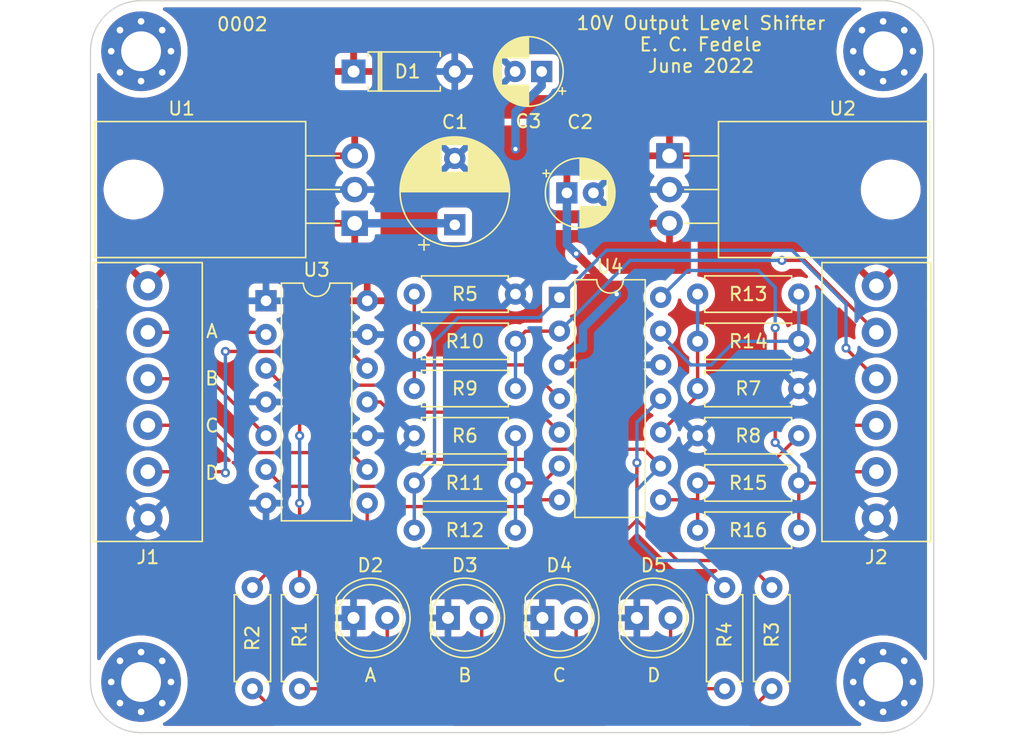
<source format=kicad_pcb>
(kicad_pcb (version 20211014) (generator pcbnew)
  (title_block (title "3.3V-10V Output Level Shifter") (date "June 29, 2022") (rev "A") (company "ecfedele") (comment 1 "PRELIMINARY"))
  (layers (0 "F.Cu" signal) (31 "B.Cu" signal) (34 "B.Paste" user) (35 "F.Paste" user) (36 "B.SilkS" user "B.Silkscreen") (37 "F.SilkS" user "F.Silkscreen") (38 "B.Mask" user) (39 "F.Mask" user) (44 "Edge.Cuts" user))
  (net 0 "")
  (net 1 "VBUS")
  (net 2 "GND")
  (net 3 "+12V")
  (net 4 "+3V3")
  (net 5 "Net-(D2-Pad2)")
  (net 6 "Net-(D3-Pad2)")
  (net 7 "Net-(D4-Pad2)")
  (net 8 "Net-(D5-Pad2)")
  (net 9 "/OA")
  (net 10 "/OB")
  (net 11 "/OC")
  (net 12 "/OD")
  (net 13 "/OD_10V")
  (net 14 "/OC_10V")
  (net 15 "/OB_10V")
  (net 16 "/OA_10V")
  (net 17 "Net-(R1-Pad2)")
  (net 18 "Net-(R2-Pad2)")
  (net 19 "Net-(R3-Pad2)")
  (net 20 "Net-(R4-Pad2)")
  (net 21 "Net-(R10-Pad2)")
  (net 22 "Net-(R11-Pad1)")
  (net 23 "Net-(R13-Pad1)")
  (net 24 "Net-(R15-Pad1)")
  (footprint "Resistor_THT:R_Axial_DIN0207_L6.3mm_D2.5mm_P7.62mm_Horizontal" (layer "F.Cu") (at 162.814 96.52)
    (fp_text reference "R8" (at 3.81 0) (layer "F.SilkS"))
    (fp_text value "3.3k")
    (pad "1" thru_hole circle (at 0 0) (size 1.6 1.6) (drill 0.8) (layers *.Cu *.Mask) (net 2 "GND"))
    (pad "2" thru_hole oval (at 7.62 0) (size 1.6 1.6) (drill 0.8) (layers *.Cu *.Mask) (net 24 "Net-(R15-Pad1)"))
  )
  (footprint "Resistor_THT:R_Axial_DIN0207_L6.3mm_D2.5mm_P7.62mm_Horizontal" (layer "F.Cu") (at 149.098 85.852 180)
    (fp_text reference "R5" (at 3.81 0) (layer "F.SilkS"))
    (fp_text value "3.3k")
    (pad "1" thru_hole circle (at 0 0 180) (size 1.6 1.6) (drill 0.8) (layers *.Cu *.Mask) (net 2 "GND"))
    (pad "2" thru_hole oval (at 7.62 0 180) (size 1.6 1.6) (drill 0.8) (layers *.Cu *.Mask) (net 21 "Net-(R10-Pad2)"))
  )
  (footprint "Package_DIP:DIP-14_W7.62mm" (layer "F.Cu") (at 130.312 86.355)
    (fp_text reference "U3" (at 3.81 -2.33) (layer "F.SilkS"))
    (fp_text value "SN74HC125N")
    (pad "1" thru_hole rect (at 0 0) (size 1.6 1.6) (drill 0.8) (layers *.Cu *.Mask) (net 2 "GND"))
    (pad "2" thru_hole oval (at 0 2.54) (size 1.6 1.6) (drill 0.8) (layers *.Cu *.Mask) (net 9 "/OA"))
    (pad "3" thru_hole oval (at 0 5.08) (size 1.6 1.6) (drill 0.8) (layers *.Cu *.Mask) (net 17 "Net-(R1-Pad2)"))
    (pad "4" thru_hole oval (at 0 7.62) (size 1.6 1.6) (drill 0.8) (layers *.Cu *.Mask) (net 2 "GND"))
    (pad "5" thru_hole oval (at 0 10.16) (size 1.6 1.6) (drill 0.8) (layers *.Cu *.Mask) (net 10 "/OB"))
    (pad "6" thru_hole oval (at 0 12.7) (size 1.6 1.6) (drill 0.8) (layers *.Cu *.Mask) (net 18 "Net-(R2-Pad2)"))
    (pad "7" thru_hole oval (at 0 15.24) (size 1.6 1.6) (drill 0.8) (layers *.Cu *.Mask) (net 2 "GND"))
    (pad "8" thru_hole oval (at 7.62 15.24) (size 1.6 1.6) (drill 0.8) (layers *.Cu *.Mask) (net 19 "Net-(R3-Pad2)"))
    (pad "9" thru_hole oval (at 7.62 12.7) (size 1.6 1.6) (drill 0.8) (layers *.Cu *.Mask) (net 11 "/OC"))
    (pad "10" thru_hole oval (at 7.62 10.16) (size 1.6 1.6) (drill 0.8) (layers *.Cu *.Mask) (net 2 "GND"))
    (pad "11" thru_hole oval (at 7.62 7.62) (size 1.6 1.6) (drill 0.8) (layers *.Cu *.Mask) (net 20 "Net-(R4-Pad2)"))
    (pad "12" thru_hole oval (at 7.62 5.08) (size 1.6 1.6) (drill 0.8) (layers *.Cu *.Mask) (net 12 "/OD"))
    (pad "13" thru_hole oval (at 7.62 2.54) (size 1.6 1.6) (drill 0.8) (layers *.Cu *.Mask) (net 2 "GND"))
    (pad "14" thru_hole oval (at 7.62 0) (size 1.6 1.6) (drill 0.8) (layers *.Cu *.Mask) (net 4 "+3V3"))
  )
  (footprint "MountingHole:MountingHole_3mm_Pad_Via" (layer "F.Cu") (at 120.904 115.062)
    (fp_text reference "REF**" hide)
    (fp_text value "MountingHole_3mm_Pad_Via")
    (pad "1" thru_hole circle (at 0 2.25) (size 0.8 0.8) (drill 0.5) (layers *.Cu *.Mask))
    (pad "1" thru_hole circle (at 0 0) (size 6 6) (drill 3) (layers *.Cu *.Mask))
    (pad "1" thru_hole circle (at 2.25 0) (size 0.8 0.8) (drill 0.5) (layers *.Cu *.Mask))
    (pad "1" thru_hole circle (at -2.25 0) (size 0.8 0.8) (drill 0.5) (layers *.Cu *.Mask))
    (pad "1" thru_hole circle (at -1.59099 -1.59099) (size 0.8 0.8) (drill 0.5) (layers *.Cu *.Mask))
    (pad "1" thru_hole circle (at -1.59099 1.59099) (size 0.8 0.8) (drill 0.5) (layers *.Cu *.Mask))
    (pad "1" thru_hole circle (at 1.59099 -1.59099) (size 0.8 0.8) (drill 0.5) (layers *.Cu *.Mask))
    (pad "1" thru_hole circle (at 1.59099 1.59099) (size 0.8 0.8) (drill 0.5) (layers *.Cu *.Mask))
    (pad "1" thru_hole circle (at 0 -2.25) (size 0.8 0.8) (drill 0.5) (layers *.Cu *.Mask))
  )
  (footprint "Resistor_THT:R_Axial_DIN0207_L6.3mm_D2.5mm_P7.62mm_Horizontal" (layer "F.Cu") (at 168.402 115.57 90)
    (fp_text reference "R3" (at 4.064 0 90) (layer "F.SilkS"))
    (fp_text value "1R")
    (pad "1" thru_hole circle (at 0 0 90) (size 1.6 1.6) (drill 0.8) (layers *.Cu *.Mask) (net 7 "Net-(D4-Pad2)"))
    (pad "2" thru_hole oval (at 7.62 0 90) (size 1.6 1.6) (drill 0.8) (layers *.Cu *.Mask) (net 19 "Net-(R3-Pad2)"))
  )
  (footprint "Resistor_THT:R_Axial_DIN0207_L6.3mm_D2.5mm_P7.62mm_Horizontal" (layer "F.Cu") (at 129.286 115.57 90)
    (fp_text reference "R2" (at 3.81 0 90) (layer "F.SilkS"))
    (fp_text value "1R")
    (pad "1" thru_hole circle (at 0 0 90) (size 1.6 1.6) (drill 0.8) (layers *.Cu *.Mask) (net 6 "Net-(D3-Pad2)"))
    (pad "2" thru_hole oval (at 7.62 0 90) (size 1.6 1.6) (drill 0.8) (layers *.Cu *.Mask) (net 18 "Net-(R2-Pad2)"))
  )
  (footprint "LED_THT:LED_D5.0mm" (layer "F.Cu") (at 151.125 110.236)
    (fp_text reference "D4" (at 1.27 -3.96) (layer "F.SilkS"))
    (fp_text value "LED")
    (pad "1" thru_hole rect (at 0 0) (size 1.8 1.8) (drill 0.9) (layers *.Cu *.Mask) (net 2 "GND"))
    (pad "2" thru_hole circle (at 2.54 0) (size 1.8 1.8) (drill 0.9) (layers *.Cu *.Mask) (net 7 "Net-(D4-Pad2)"))
  )
  (footprint "Resistor_THT:R_Axial_DIN0207_L6.3mm_D2.5mm_P7.62mm_Horizontal" (layer "F.Cu") (at 149.098 89.408 180)
    (fp_text reference "R10" (at 3.81 0) (layer "F.SilkS"))
    (fp_text value "47k")
    (pad "1" thru_hole circle (at 0 0 180) (size 1.6 1.6) (drill 0.8) (layers *.Cu *.Mask) (net 16 "/OA_10V"))
    (pad "2" thru_hole oval (at 7.62 0 180) (size 1.6 1.6) (drill 0.8) (layers *.Cu *.Mask) (net 21 "Net-(R10-Pad2)"))
  )
  (footprint "Capacitor_THT:CP_Radial_D5.0mm_P2.00mm" (layer "F.Cu") (at 152.968888 78.232)
    (fp_text reference "C2" (at 1 -5.334) (layer "F.SilkS"))
    (fp_text value "47µ")
    (pad "1" thru_hole rect (at 0 0) (size 1.6 1.6) (drill 0.8) (layers *.Cu *.Mask) (net 3 "+12V"))
    (pad "2" thru_hole circle (at 2 0) (size 1.6 1.6) (drill 0.8) (layers *.Cu *.Mask) (net 2 "GND"))
  )
  (footprint "Resistor_THT:R_Axial_DIN0207_L6.3mm_D2.5mm_P7.62mm_Horizontal" (layer "F.Cu") (at 170.434 103.632 180)
    (fp_text reference "R16" (at 3.81 0) (layer "F.SilkS"))
    (fp_text value "47k")
    (pad "1" thru_hole circle (at 0 0 180) (size 1.6 1.6) (drill 0.8) (layers *.Cu *.Mask) (net 13 "/OD_10V"))
    (pad "2" thru_hole oval (at 7.62 0 180) (size 1.6 1.6) (drill 0.8) (layers *.Cu *.Mask) (net 24 "Net-(R15-Pad1)"))
  )
  (footprint "Package_DIP:DIP-14_W7.62mm" (layer "F.Cu") (at 152.41 86.101)
    (fp_text reference "U4" (at 3.81 -2.33) (layer "F.SilkS"))
    (fp_text value "LM339")
    (pad "1" thru_hole rect (at 0 0) (size 1.6 1.6) (drill 0.8) (layers *.Cu *.Mask) (net 15 "/OB_10V"))
    (pad "2" thru_hole oval (at 0 2.54) (size 1.6 1.6) (drill 0.8) (layers *.Cu *.Mask) (net 16 "/OA_10V"))
    (pad "3" thru_hole oval (at 0 5.08) (size 1.6 1.6) (drill 0.8) (layers *.Cu *.Mask) (net 3 "+12V"))
    (pad "4" thru_hole oval (at 0 7.62) (size 1.6 1.6) (drill 0.8) (layers *.Cu *.Mask) (net 21 "Net-(R10-Pad2)"))
    (pad "5" thru_hole oval (at 0 10.16) (size 1.6 1.6) (drill 0.8) (layers *.Cu *.Mask) (net 17 "Net-(R1-Pad2)"))
    (pad "6" thru_hole oval (at 0 12.7) (size 1.6 1.6) (drill 0.8) (layers *.Cu *.Mask) (net 22 "Net-(R11-Pad1)"))
    (pad "7" thru_hole oval (at 0 15.24) (size 1.6 1.6) (drill 0.8) (layers *.Cu *.Mask) (net 18 "Net-(R2-Pad2)"))
    (pad "8" thru_hole oval (at 7.62 15.24) (size 1.6 1.6) (drill 0.8) (layers *.Cu *.Mask) (net 24 "Net-(R15-Pad1)"))
    (pad "9" thru_hole oval (at 7.62 12.7) (size 1.6 1.6) (drill 0.8) (layers *.Cu *.Mask) (net 20 "Net-(R4-Pad2)"))
    (pad "10" thru_hole oval (at 7.62 10.16) (size 1.6 1.6) (drill 0.8) (layers *.Cu *.Mask) (net 23 "Net-(R13-Pad1)"))
    (pad "11" thru_hole oval (at 7.62 7.62) (size 1.6 1.6) (drill 0.8) (layers *.Cu *.Mask) (net 19 "Net-(R3-Pad2)"))
    (pad "12" thru_hole oval (at 7.62 5.08) (size 1.6 1.6) (drill 0.8) (layers *.Cu *.Mask) (net 2 "GND"))
    (pad "13" thru_hole oval (at 7.62 2.54) (size 1.6 1.6) (drill 0.8) (layers *.Cu *.Mask) (net 14 "/OC_10V"))
    (pad "14" thru_hole oval (at 7.62 0) (size 1.6 1.6) (drill 0.8) (layers *.Cu *.Mask) (net 13 "/OD_10V"))
  )
  (footprint "Resistor_THT:R_Axial_DIN0207_L6.3mm_D2.5mm_P7.62mm_Horizontal" (layer "F.Cu") (at 149.098 100.076 180)
    (fp_text reference "R11" (at 3.81 0) (layer "F.SilkS"))
    (fp_text value "6.8k")
    (pad "1" thru_hole circle (at 0 0 180) (size 1.6 1.6) (drill 0.8) (layers *.Cu *.Mask) (net 22 "Net-(R11-Pad1)"))
    (pad "2" thru_hole oval (at 7.62 0 180) (size 1.6 1.6) (drill 0.8) (layers *.Cu *.Mask) (net 15 "/OB_10V"))
  )
  (footprint "Library:284391-6" (layer "F.Cu") (at 121.412 93.98 90)
    (fp_text reference "J1" (at -11.684 0 unlocked) (layer "F.SilkS"))
    (fp_text value "INPUT BLOCK")
    (pad "1" thru_hole circle (at 8.75 0 270) (size 2.2 2.2) (drill 1.1) (layers *.Cu *.Mask) (net 1 "VBUS"))
    (pad "2" thru_hole circle (at 5.25 0 270) (size 2.2 2.2) (drill 1.1) (layers *.Cu *.Mask) (net 9 "/OA"))
    (pad "3" thru_hole circle (at 1.75 0 270) (size 2.2 2.2) (drill 1.1) (layers *.Cu *.Mask) (net 10 "/OB"))
    (pad "4" thru_hole circle (at -1.75 0 270) (size 2.2 2.2) (drill 1.1) (layers *.Cu *.Mask) (net 11 "/OC"))
    (pad "5" thru_hole circle (at -5.25 0 270) (size 2.2 2.2) (drill 1.1) (layers *.Cu *.Mask) (net 12 "/OD"))
    (pad "6" thru_hole circle (at -8.75 0 270) (size 2.2 2.2) (drill 1.1) (layers *.Cu *.Mask) (net 2 "GND"))
  )
  (footprint "Resistor_THT:R_Axial_DIN0207_L6.3mm_D2.5mm_P7.62mm_Horizontal" (layer "F.Cu") (at 141.478 103.632)
    (fp_text reference "R12" (at 3.81 0) (layer "F.SilkS"))
    (fp_text value "47k")
    (pad "1" thru_hole circle (at 0 0) (size 1.6 1.6) (drill 0.8) (layers *.Cu *.Mask) (net 15 "/OB_10V"))
    (pad "2" thru_hole oval (at 7.62 0) (size 1.6 1.6) (drill 0.8) (layers *.Cu *.Mask) (net 22 "Net-(R11-Pad1)"))
  )
  (footprint "MountingHole:MountingHole_3mm_Pad_Via" (layer "F.Cu") (at 120.904 67.564)
    (fp_text reference "REF**" hide)
    (fp_text value "MountingHole_3mm_Pad_Via")
    (pad "1" thru_hole circle (at 0 0) (size 6 6) (drill 3) (layers *.Cu *.Mask))
    (pad "1" thru_hole circle (at 1.59099 -1.59099) (size 0.8 0.8) (drill 0.5) (layers *.Cu *.Mask))
    (pad "1" thru_hole circle (at 0 2.25) (size 0.8 0.8) (drill 0.5) (layers *.Cu *.Mask))
    (pad "1" thru_hole circle (at 1.59099 1.59099) (size 0.8 0.8) (drill 0.5) (layers *.Cu *.Mask))
    (pad "1" thru_hole circle (at 2.25 0) (size 0.8 0.8) (drill 0.5) (layers *.Cu *.Mask))
    (pad "1" thru_hole circle (at -1.59099 1.59099) (size 0.8 0.8) (drill 0.5) (layers *.Cu *.Mask))
    (pad "1" thru_hole circle (at -2.25 0) (size 0.8 0.8) (drill 0.5) (layers *.Cu *.Mask))
    (pad "1" thru_hole circle (at -1.59099 -1.59099) (size 0.8 0.8) (drill 0.5) (layers *.Cu *.Mask))
    (pad "1" thru_hole circle (at 0 -2.25) (size 0.8 0.8) (drill 0.5) (layers *.Cu *.Mask))
  )
  (footprint "Package_TO_SOT_THT:TO-220-3_Horizontal_TabDown" (layer "F.Cu") (at 136.992 80.518 90)
    (fp_text reference "U1" (at 8.636 -13.04 180) (layer "F.SilkS"))
    (fp_text value "UA7812")
    (pad "" np_thru_hole oval (at 2.54 -16.66 90) (size 3.5 3.5) (drill 3.5) (layers *.Cu *.Mask))
    (pad "1" thru_hole rect (at 0 0 90) (size 1.905 2) (drill 1.1) (layers *.Cu *.Mask) (net 1 "VBUS"))
    (pad "2" thru_hole oval (at 2.54 0 90) (size 1.905 2) (drill 1.1) (layers *.Cu *.Mask) (net 2 "GND"))
    (pad "3" thru_hole oval (at 5.08 0 90) (size 1.905 2) (drill 1.1) (layers *.Cu *.Mask) (net 3 "+12V"))
  )
  (footprint "Resistor_THT:R_Axial_DIN0207_L6.3mm_D2.5mm_P7.62mm_Horizontal" (layer "F.Cu") (at 141.478 92.964)
    (fp_text reference "R9" (at 3.81 0) (layer "F.SilkS"))
    (fp_text value "6.8k")
    (pad "1" thru_hole circle (at 0 0) (size 1.6 1.6) (drill 0.8) (layers *.Cu *.Mask) (net 21 "Net-(R10-Pad2)"))
    (pad "2" thru_hole oval (at 7.62 0) (size 1.6 1.6) (drill 0.8) (layers *.Cu *.Mask) (net 16 "/OA_10V"))
  )
  (footprint "Resistor_THT:R_Axial_DIN0207_L6.3mm_D2.5mm_P7.62mm_Horizontal" (layer "F.Cu") (at 132.842 115.57 90)
    (fp_text reference "R1" (at 4.064 0 90) (layer "F.SilkS"))
    (fp_text value "1R")
    (pad "1" thru_hole circle (at 0 0 90) (size 1.6 1.6) (drill 0.8) (layers *.Cu *.Mask) (net 5 "Net-(D2-Pad2)"))
    (pad "2" thru_hole oval (at 7.62 0 90) (size 1.6 1.6) (drill 0.8) (layers *.Cu *.Mask) (net 17 "Net-(R1-Pad2)"))
  )
  (footprint "LED_THT:LED_D5.0mm" (layer "F.Cu") (at 144.013 110.236)
    (fp_text reference "D3" (at 1.27 -3.96) (layer "F.SilkS"))
    (fp_text value "LED")
    (pad "1" thru_hole rect (at 0 0) (size 1.8 1.8) (drill 0.9) (layers *.Cu *.Mask) (net 2 "GND"))
    (pad "2" thru_hole circle (at 2.54 0) (size 1.8 1.8) (drill 0.9) (layers *.Cu *.Mask) (net 6 "Net-(D3-Pad2)"))
  )
  (footprint "LED_THT:LED_D5.0mm" (layer "F.Cu") (at 136.901 110.236)
    (fp_text reference "D2" (at 1.27 -3.96) (layer "F.SilkS"))
    (fp_text value "LED")
    (pad "1" thru_hole rect (at 0 0) (size 1.8 1.8) (drill 0.9) (layers *.Cu *.Mask) (net 2 "GND"))
    (pad "2" thru_hole circle (at 2.54 0) (size 1.8 1.8) (drill 0.9) (layers *.Cu *.Mask) (net 5 "Net-(D2-Pad2)"))
  )
  (footprint "Resistor_THT:R_Axial_DIN0207_L6.3mm_D2.5mm_P7.62mm_Horizontal" (layer "F.Cu") (at 162.814 85.852)
    (fp_text reference "R13" (at 3.81 0) (layer "F.SilkS"))
    (fp_text value "6.8k")
    (pad "1" thru_hole circle (at 0 0) (size 1.6 1.6) (drill 0.8) (layers *.Cu *.Mask) (net 23 "Net-(R13-Pad1)"))
    (pad "2" thru_hole oval (at 7.62 0) (size 1.6 1.6) (drill 0.8) (layers *.Cu *.Mask) (net 14 "/OC_10V"))
  )
  (footprint "Diode_THT:D_A-405_P7.62mm_Horizontal" (layer "F.Cu") (at 136.906 69.088)
    (fp_text reference "D1" (at 4.064 0) (layer "F.SilkS"))
    (fp_text value "1N4752A")
    (pad "1" thru_hole rect (at 0 0) (size 1.8 1.8) (drill 0.9) (layers *.Cu *.Mask) (net 1 "VBUS"))
    (pad "2" thru_hole oval (at 7.62 0) (size 1.8 1.8) (drill 0.9) (layers *.Cu *.Mask) (net 2 "GND"))
  )
  (footprint "Resistor_THT:R_Axial_DIN0207_L6.3mm_D2.5mm_P7.62mm_Horizontal" (layer "F.Cu") (at 170.434 92.964 180)
    (fp_text reference "R7" (at 3.81 0) (layer "F.SilkS"))
    (fp_text value "3.3k")
    (pad "1" thru_hole circle (at 0 0 180) (size 1.6 1.6) (drill 0.8) (layers *.Cu *.Mask) (net 2 "GND"))
    (pad "2" thru_hole oval (at 7.62 0 180) (size 1.6 1.6) (drill 0.8) (layers *.Cu *.Mask) (net 23 "Net-(R13-Pad1)"))
  )
  (footprint "Capacitor_THT:CP_Radial_D5.0mm_P2.00mm" (layer "F.Cu") (at 151.069113 69.088 180)
    (fp_text reference "C3" (at 1 -3.75) (layer "F.SilkS"))
    (fp_text value "10µ")
    (pad "1" thru_hole rect (at 0 0 180) (size 1.6 1.6) (drill 0.8) (layers *.Cu *.Mask) (net 4 "+3V3"))
    (pad "2" thru_hole circle (at 2 0 180) (size 1.6 1.6) (drill 0.8) (layers *.Cu *.Mask) (net 2 "GND"))
  )
  (footprint "MountingHole:MountingHole_3mm_Pad_Via" (layer "F.Cu") (at 176.784 115.062)
    (fp_text reference "REF**" hide)
    (fp_text value "MountingHole_3mm_Pad_Via")
    (pad "1" thru_hole circle (at 0 -2.25) (size 0.8 0.8) (drill 0.5) (layers *.Cu *.Mask))
    (pad "1" thru_hole circle (at 2.25 0) (size 0.8 0.8) (drill 0.5) (layers *.Cu *.Mask))
    (pad "1" thru_hole circle (at 1.59099 -1.59099) (size 0.8 0.8) (drill 0.5) (layers *.Cu *.Mask))
    (pad "1" thru_hole circle (at -1.59099 1.59099) (size 0.8 0.8) (drill 0.5) (layers *.Cu *.Mask))
    (pad "1" thru_hole circle (at 1.59099 1.59099) (size 0.8 0.8) (drill 0.5) (layers *.Cu *.Mask))
    (pad "1" thru_hole circle (at 0 2.25) (size 0.8 0.8) (drill 0.5) (layers *.Cu *.Mask))
    (pad "1" thru_hole circle (at 0 0) (size 6 6) (drill 3) (layers *.Cu *.Mask))
    (pad "1" thru_hole circle (at -1.59099 -1.59099) (size 0.8 0.8) (drill 0.5) (layers *.Cu *.Mask))
    (pad "1" thru_hole circle (at -2.25 0) (size 0.8 0.8) (drill 0.5) (layers *.Cu *.Mask))
  )
  (footprint "Resistor_THT:R_Axial_DIN0207_L6.3mm_D2.5mm_P7.62mm_Horizontal" (layer "F.Cu") (at 162.814 100.076)
    (fp_text reference "R15" (at 3.81 0) (layer "F.SilkS"))
    (fp_text value "6.8k")
    (pad "1" thru_hole circle (at 0 0) (size 1.6 1.6) (drill 0.8) (layers *.Cu *.Mask) (net 24 "Net-(R15-Pad1)"))
    (pad "2" thru_hole oval (at 7.62 0) (size 1.6 1.6) (drill 0.8) (layers *.Cu *.Mask) (net 13 "/OD_10V"))
  )
  (footprint "Resistor_THT:R_Axial_DIN0207_L6.3mm_D2.5mm_P7.62mm_Horizontal" (layer "F.Cu") (at 164.846 115.57 90)
    (fp_text reference "R4" (at 4.064 0 90) (layer "F.SilkS"))
    (fp_text value "1R")
    (pad "1" thru_hole circle (at 0 0 90) (size 1.6 1.6) (drill 0.8) (layers *.Cu *.Mask) (net 8 "Net-(D5-Pad2)"))
    (pad "2" thru_hole oval (at 7.62 0 90) (size 1.6 1.6) (drill 0.8) (layers *.Cu *.Mask) (net 20 "Net-(R4-Pad2)"))
  )
  (footprint "Package_TO_SOT_THT:TO-220-3_Horizontal_TabDown" (layer "F.Cu") (at 160.696 75.438 -90)
    (fp_text reference "U2" (at -3.556 -13.04 180) (layer "F.SilkS"))
    (fp_text value "UA78M33")
    (pad "" np_thru_hole oval (at 2.54 -16.66 270) (size 3.5 3.5) (drill 3.5) (layers *.Cu *.Mask))
    (pad "1" thru_hole rect (at 0 0 270) (size 1.905 2) (drill 1.1) (layers *.Cu *.Mask) (net 3 "+12V"))
    (pad "2" thru_hole oval (at 2.54 0 270) (size 1.905 2) (drill 1.1) (layers *.Cu *.Mask) (net 2 "GND"))
    (pad "3" thru_hole oval (at 5.08 0 270) (size 1.905 2) (drill 1.1) (layers *.Cu *.Mask) (net 4 "+3V3"))
  )
  (footprint "Resistor_THT:R_Axial_DIN0207_L6.3mm_D2.5mm_P7.62mm_Horizontal" (layer "F.Cu") (at 141.478 96.52)
    (fp_text reference "R6" (at 3.81 0) (layer "F.SilkS"))
    (fp_text value "3.3k")
    (pad "1" thru_hole circle (at 0 0) (size 1.6 1.6) (drill 0.8) (layers *.Cu *.Mask) (net 2 "GND"))
    (pad "2" thru_hole oval (at 7.62 0) (size 1.6 1.6) (drill 0.8) (layers *.Cu *.Mask) (net 22 "Net-(R11-Pad1)"))
  )
  (footprint "LED_THT:LED_D5.0mm" (layer "F.Cu") (at 158.237 110.236)
    (fp_text reference "D5" (at 1.27 -3.96) (layer "F.SilkS"))
    (fp_text value "LED")
    (pad "1" thru_hole rect (at 0 0) (size 1.8 1.8) (drill 0.9) (layers *.Cu *.Mask) (net 2 "GND"))
    (pad "2" thru_hole circle (at 2.54 0) (size 1.8 1.8) (drill 0.9) (layers *.Cu *.Mask) (net 8 "Net-(D5-Pad2)"))
  )
  (footprint "Resistor_THT:R_Axial_DIN0207_L6.3mm_D2.5mm_P7.62mm_Horizontal" (layer "F.Cu") (at 170.434 89.408 180)
    (fp_text reference "R14" (at 3.81 0) (layer "F.SilkS"))
    (fp_text value "47k")
    (pad "1" thru_hole circle (at 0 0 180) (size 1.6 1.6) (drill 0.8) (layers *.Cu *.Mask) (net 14 "/OC_10V"))
    (pad "2" thru_hole oval (at 7.62 0 180) (size 1.6 1.6) (drill 0.8) (layers *.Cu *.Mask) (net 23 "Net-(R13-Pad1)"))
  )
  (footprint "MountingHole:MountingHole_3mm_Pad_Via" (layer "F.Cu") (at 176.784 67.564)
    (fp_text reference "REF**" hide)
    (fp_text value "MountingHole_3mm_Pad_Via")
    (pad "1" thru_hole circle (at -1.59099 -1.59099) (size 0.8 0.8) (drill 0.5) (layers *.Cu *.Mask))
    (pad "1" thru_hole circle (at 1.59099 1.59099) (size 0.8 0.8) (drill 0.5) (layers *.Cu *.Mask))
    (pad "1" thru_hole circle (at 0 -2.25) (size 0.8 0.8) (drill 0.5) (layers *.Cu *.Mask))
    (pad "1" thru_hole circle (at -2.25 0) (size 0.8 0.8) (drill 0.5) (layers *.Cu *.Mask))
    (pad "1" thru_hole circle (at 0 2.25) (size 0.8 0.8) (drill 0.5) (layers *.Cu *.Mask))
    (pad "1" thru_hole circle (at 2.25 0) (size 0.8 0.8) (drill 0.5) (layers *.Cu *.Mask))
    (pad "1" thru_hole circle (at 0 0) (size 6 6) (drill 3) (layers *.Cu *.Mask))
    (pad "1" thru_hole circle (at -1.59099 1.59099) (size 0.8 0.8) (drill 0.5) (layers *.Cu *.Mask))
    (pad "1" thru_hole circle (at 1.59099 -1.59099) (size 0.8 0.8) (drill 0.5) (layers *.Cu *.Mask))
  )
  (footprint "Library:284391-6" (layer "F.Cu") (at 176.276 93.98 -90)
    (fp_text reference "J2" (at 11.684 0 unlocked) (layer "F.SilkS"))
    (fp_text value "OUTPUT BLOCK")
    (pad "1" thru_hole circle (at 8.75 0 90) (size 2.2 2.2) (drill 1.1) (layers *.Cu *.Mask) (net 2 "GND"))
    (pad "2" thru_hole circle (at 5.25 0 90) (size 2.2 2.2) (drill 1.1) (layers *.Cu *.Mask) (net 13 "/OD_10V"))
    (pad "3" thru_hole circle (at 1.75 0 90) (size 2.2 2.2) (drill 1.1) (layers *.Cu *.Mask) (net 14 "/OC_10V"))
    (pad "4" thru_hole circle (at -1.75 0 90) (size 2.2 2.2) (drill 1.1) (layers *.Cu *.Mask) (net 15 "/OB_10V"))
    (pad "5" thru_hole circle (at -5.25 0 90) (size 2.2 2.2) (drill 1.1) (layers *.Cu *.Mask) (net 16 "/OA_10V"))
    (pad "6" thru_hole circle (at -8.75 0 90) (size 2.2 2.2) (drill 1.1) (layers *.Cu *.Mask) (net 1 "VBUS"))
  )
  (footprint "Capacitor_THT:CP_Radial_D8.0mm_P5.00mm" (layer "F.Cu") (at 144.526 80.634651 90)
    (fp_text reference "C1" (at 7.736651 0 180) (layer "F.SilkS"))
    (fp_text value "100µ")
    (pad "1" thru_hole rect (at 0 0 90) (size 1.6 1.6) (drill 0.8) (layers *.Cu *.Mask) (net 1 "VBUS"))
    (pad "2" thru_hole circle (at 5 0 90) (size 1.6 1.6) (drill 0.8) (layers *.Cu *.Mask) (net 2 "GND"))
  )
  (gr_arc (start 120.904 118.872) (mid 118.209923 117.756077) (end 117.094 115.062) (layer "Edge.Cuts") (width 0.1))
  (gr_line (start 120.904 63.754) (end 176.784 63.754) (layer "Edge.Cuts") (width 0.1))
  (gr_line (start 120.904 118.872) (end 176.784 118.872) (layer "Edge.Cuts") (width 0.1))
  (gr_line (start 180.594 115.062) (end 180.594 67.564) (layer "Edge.Cuts") (width 0.1))
  (gr_arc (start 180.594 115.062) (mid 179.478077 117.756077) (end 176.784 118.872) (layer "Edge.Cuts") (width 0.1))
  (gr_arc (start 117.094 67.564) (mid 118.209923 64.869923) (end 120.904 63.754) (layer "Edge.Cuts") (width 0.1))
  (gr_arc (start 176.784 63.754) (mid 179.478077 64.869923) (end 180.594 67.564) (layer "Edge.Cuts") (width 0.1))
  (gr_line (start 117.094 67.564) (end 117.094 115.062) (layer "Edge.Cuts") (width 0.1))
  (gr_text "B" (at 145.288 114.554) (layer "F.SilkS") (effects (font (size 1 1))))
  (gr_text "D" (at 126.238 99.314) (layer "F.SilkS") (effects (font (size 1 1))))
  (gr_text "C" (at 126.238 95.758) (layer "F.SilkS") (effects (font (size 1 1))))
  (gr_text "D" (at 159.512 114.554) (layer "F.SilkS") (effects (font (size 1 1))))
  (gr_text "0002" (at 128.524 65.532) (layer "F.SilkS") (effects (font (size 1 1))))
  (gr_text "A" (at 138.176 114.554) (layer "F.SilkS") (effects (font (size 1 1))))
  (gr_text "B" (at 126.238 92.202) (layer "F.SilkS") (effects (font (size 1 1))))
  (gr_text "C" (at 152.4 114.554) (layer "F.SilkS") (effects (font (size 1 1))))
  (gr_text "A" (at 126.238 88.646) (layer "F.SilkS") (effects (font (size 1 1))))
  (gr_text "10V Output Level Shifter\nE. C. Fedele\nJune 2022" (at 163.068 67.056) (layer "F.SilkS") (effects (font (size 1 1))))
  (segment (start 144.409349 80.518) (end 144.526 80.634651) (width 0.254) (layer "B.Cu") (net 1))
  (segment (start 136.992004 80.518) (end 144.409338 80.518) (width 0.635) (layer "B.Cu") (net 1))
  (segment (start 153.67 82.804) (end 156.718 85.852) (width 0.635) (layer "F.Cu") (net 3))
  (via (at 153.67 82.804) (size 0.6858) (drill 0.3302) (layers "F.Cu" "B.Cu") (net 3))
  (via (at 156.718 85.852) (size 0.6858) (drill 0.3302) (layers "F.Cu" "B.Cu") (net 3))
  (segment (start 154.178 89.916) (end 153.675004 89.916) (width 0.635) (layer "B.Cu") (net 3))
  (segment (start 152.968884 82.102884) (end 153.67 82.804) (width 0.635) (layer "B.Cu") (net 3))
  (segment (start 156.718 85.852) (end 154.178 88.392) (width 0.635) (layer "B.Cu") (net 3))
  (segment (start 154.178 88.392) (end 154.178 89.916) (width 0.635) (layer "B.Cu") (net 3))
  (segment (start 153.675004 89.916) (end 152.410008 91.180996) (width 0.635) (layer "B.Cu") (net 3))
  (segment (start 152.968884 78.232) (end 152.968884 82.102884) (width 0.635) (layer "B.Cu") (net 3))
  (segment (start 159.512 80.518) (end 160.696 80.518) (width 0.254) (layer "F.Cu") (net 4))
  (segment (start 149.098 74.93) (end 149.098 80.264) (width 0.254) (layer "F.Cu") (net 4))
  (segment (start 158.75 81.28) (end 159.512 80.518) (width 0.254) (layer "F.Cu") (net 4))
  (segment (start 150.114 81.28) (end 158.75 81.28) (width 0.254) (layer "F.Cu") (net 4))
  (segment (start 149.098 80.264) (end 150.114 81.28) (width 0.254) (layer "F.Cu") (net 4))
  (via (at 149.098 74.93) (size 0.6858) (drill 0.3302) (layers "F.Cu" "B.Cu") (net 4))
  (segment (start 149.098 72.136) (end 149.098 74.93) (width 0.635) (layer "B.Cu") (net 4))
  (segment (start 151.069116 69.088) (end 151.069116 70.164884) (width 0.635) (layer "B.Cu") (net 4))
  (segment (start 151.069116 70.164884) (end 149.098 72.136) (width 0.635) (layer "B.Cu") (net 4))
  (segment (start 139.441 113.533) (end 139.441 110.236) (width 0.254) (layer "F.Cu") (net 5))
  (segment (start 137.414 115.57) (end 139.446 113.538) (width 0.254) (layer "F.Cu") (net 5))
  (segment (start 139.446 113.538) (end 139.441 113.533) (width 0.254) (layer "F.Cu") (net 5))
  (segment (start 132.842 115.57) (end 137.414 115.57) (width 0.254) (layer "F.Cu") (net 5))
  (segment (start 131.318 117.602) (end 144.018 117.602) (width 0.254) (layer "F.Cu") (net 6))
  (segment (start 144.018 117.602) (end 146.553 115.067) (width 0.254) (layer "F.Cu") (net 6))
  (segment (start 129.286 115.57) (end 131.318 117.602) (width 0.254) (layer "F.Cu") (net 6))
  (segment (start 146.553 115.067) (end 146.553 110.236) (width 0.254) (layer "F.Cu") (net 6))
  (segment (start 153.665 115.057) (end 153.665 110.236) (width 0.254) (layer "F.Cu") (net 7))
  (segment (start 168.402 115.57) (end 166.37 117.602) (width 0.254) (layer "F.Cu") (net 7))
  (segment (start 156.21 117.602) (end 153.665 115.057) (width 0.254) (layer "F.Cu") (net 7))
  (segment (start 166.37 117.602) (end 156.21 117.602) (width 0.254) (layer "F.Cu") (net 7))
  (segment (start 160.777 113.787) (end 160.777 110.236) (width 0.254) (layer "F.Cu") (net 8))
  (segment (start 162.56 115.57) (end 160.777 113.787) (width 0.254) (layer "F.Cu") (net 8))
  (segment (start 164.846 115.57) (end 162.56 115.57) (width 0.254) (layer "F.Cu") (net 8))
  (segment (start 121.412 88.73) (end 130.147 88.73) (width 0.254) (layer "F.Cu") (net 9))
  (segment (start 130.147 88.73) (end 130.312 88.895) (width 0.254) (layer "F.Cu") (net 9))
  (segment (start 126.027 92.23) (end 130.312 96.515) (width 0.254) (layer "F.Cu") (net 10))
  (segment (start 121.412 92.23) (end 126.027 92.23) (width 0.254) (layer "F.Cu") (net 10))
  (segment (start 136.667 97.79) (end 137.932 99.055) (width 0.254) (layer "F.Cu") (net 11))
  (segment (start 125.956 95.73) (end 128.016 97.79) (width 0.254) (layer "F.Cu") (net 11))
  (segment (start 121.412 95.73) (end 125.956 95.73) (width 0.254) (layer "F.Cu") (net 11))
  (segment (start 128.016 97.79) (end 136.667 97.79) (width 0.254) (layer "F.Cu") (net 11))
  (segment (start 127.254 90.17) (end 136.667 90.17) (width 0.254) (layer "F.Cu") (net 12))
  (segment (start 127.17 99.23) (end 127.254 99.314) (width 0.254) (layer "F.Cu") (net 12))
  (segment (start 121.412 99.23) (end 127.17 99.23) (width 0.254) (layer "F.Cu") (net 12))
  (segment (start 136.667 90.17) (end 137.932 91.435) (width 0.254) (layer "F.Cu") (net 12))
  (via (at 127.254 90.17) (size 0.6858) (drill 0.3302) (layers "F.Cu" "B.Cu") (net 12))
  (via (at 127.254 99.314) (size 0.6858) (drill 0.3302) (layers "F.Cu" "B.Cu") (net 12))
  (segment (start 127.254 99.314) (end 127.254 90.17) (width 0.254) (layer "B.Cu") (net 12))
  (segment (start 170.434 100.076) (end 172.72 100.076) (width 0.254) (layer "F.Cu") (net 13))
  (segment (start 170.434 103.632) (end 170.434 100.076) (width 0.254) (layer "F.Cu") (net 13))
  (segment (start 172.72 100.076) (end 173.566 99.23) (width 0.254) (layer "F.Cu") (net 13))
  (segment (start 168.656 88.392) (end 168.656 97.028) (width 0.254) (layer "F.Cu") (net 13))
  (segment (start 173.566 99.23) (end 176.276 99.23) (width 0.254) (layer "F.Cu") (net 13))
  (via (at 168.656 88.392) (size 0.6858) (drill 0.3302) (layers "F.Cu" "B.Cu") (net 13))
  (via (at 168.656 97.028) (size 0.6858) (drill 0.3302) (layers "F.Cu" "B.Cu") (net 13))
  (segment (start 168.656 97.028) (end 170.434 98.806) (width 0.254) (layer "B.Cu") (net 13))
  (segment (start 170.434 98.806) (end 170.434 100.076) (width 0.254) (layer "B.Cu") (net 13))
  (segment (start 168.656 88.392) (end 168.656 85.344) (width 0.254) (layer "B.Cu") (net 13))
  (segment (start 162.057 84.074) (end 160.03 86.101) (width 0.254) (layer "B.Cu") (net 13))
  (segment (start 168.656 85.344) (end 167.386 84.074) (width 0.254) (layer "B.Cu") (net 13))
  (segment (start 167.386 84.074) (end 162.057 84.074) (width 0.254) (layer "B.Cu") (net 13))
  (segment (start 170.434 89.408) (end 172.72 91.694) (width 0.254) (layer "F.Cu") (net 14))
  (segment (start 172.72 94.234) (end 174.244 95.758) (width 0.254) (layer "F.Cu") (net 14))
  (segment (start 172.72 91.694) (end 172.72 94.234) (width 0.254) (layer "F.Cu") (net 14))
  (segment (start 174.244 95.758) (end 174.272 95.73) (width 0.254) (layer "F.Cu") (net 14))
  (segment (start 174.272 95.73) (end 176.276 95.73) (width 0.254) (layer "F.Cu") (net 14))
  (segment (start 163.83 91.186) (end 162.306 91.186) (width 0.254) (layer "B.Cu") (net 14))
  (segment (start 160.03 88.91) (end 160.03 88.641) (width 0.254) (layer "B.Cu") (net 14))
  (segment (start 165.608 89.408) (end 163.83 91.186) (width 0.254) (layer "B.Cu") (net 14))
  (segment (start 170.434 89.408) (end 170.434 85.852) (width 0.254) (layer "B.Cu") (net 14))
  (segment (start 170.434 89.408) (end 165.608 89.408) (width 0.254) (layer "B.Cu") (net 14))
  (segment (start 162.306 91.186) (end 160.03 88.91) (width 0.254) (layer "B.Cu") (net 14))
  (segment (start 173.99 89.944) (end 176.276 92.23) (width 0.254) (layer "F.Cu") (net 15))
  (segment (start 173.99 89.916) (end 173.99 89.944) (width 0.254) (layer "F.Cu") (net 15))
  (via (at 173.99 89.916) (size 0.6858) (drill 0.3302) (layers "F.Cu" "B.Cu") (net 15))
  (segment (start 141.478 100.076) (end 143.002 98.552) (width 0.254) (layer "B.Cu") (net 15))
  (segment (start 173.99 86.614) (end 173.99 89.916) (width 0.254) (layer "B.Cu") (net 15))
  (segment (start 143.002 89.408) (end 144.78 87.63) (width 0.254) (layer "B.Cu") (net 15))
  (segment (start 155.961 82.55) (end 169.926 82.55) (width 0.254) (layer "B.Cu") (net 15))
  (segment (start 144.78 87.63) (end 150.881 87.63) (width 0.254) (layer "B.Cu") (net 15))
  (segment (start 152.41 86.101) (end 155.961 82.55) (width 0.254) (layer "B.Cu") (net 15))
  (segment (start 150.881 87.63) (end 152.41 86.101) (width 0.254) (layer "B.Cu") (net 15))
  (segment (start 141.478 103.632) (end 141.478 100.076) (width 0.254) (layer "B.Cu") (net 15))
  (segment (start 143.002 98.552) (end 143.002 89.408) (width 0.254) (layer "B.Cu") (net 15))
  (segment (start 169.926 82.55) (end 173.99 86.614) (width 0.254) (layer "B.Cu") (net 15))
  (segment (start 170.858 83.312) (end 176.276 88.73) (width 0.254) (layer "F.Cu") (net 16))
  (segment (start 150.373 88.641) (end 152.41 88.641) (width 0.254) (layer "F.Cu") (net 16))
  (segment (start 169.164 83.312) (end 170.858 83.312) (width 0.254) (layer "F.Cu") (net 16))
  (segment (start 150.368 88.646) (end 150.373 88.641) (width 0.254) (layer "F.Cu") (net 16))
  (segment (start 149.098 89.408) (end 149.86 88.646) (width 0.254) (layer "F.Cu") (net 16))
  (segment (start 149.86 88.646) (end 150.368 88.646) (width 0.254) (layer "F.Cu") (net 16))
  (via (at 169.164 83.312) (size 0.6858) (drill 0.3302) (layers "F.Cu" "B.Cu") (net 16))
  (segment (start 149.098 89.408) (end 149.098 92.964) (width 0.254) (layer "B.Cu") (net 16))
  (segment (start 152.41 88.641) (end 153.820289 87.230711) (width 0.254) (layer "B.Cu") (net 16))
  (segment (start 153.820289 87.230711) (end 153.820289 87.225711) (width 0.254) (layer "B.Cu") (net 16))
  (segment (start 153.820289 87.225711) (end 157.734 83.312) (width 0.254) (layer "B.Cu") (net 16))
  (segment (start 157.734 83.312) (end 169.164 83.312) (width 0.254) (layer "B.Cu") (net 16))
  (segment (start 140.97 94.742) (end 150.891 94.742) (width 0.254) (layer "F.Cu") (net 17))
  (segment (start 150.891 94.742) (end 152.41 96.261) (width 0.254) (layer "F.Cu") (net 17))
  (segment (start 132.842 93.965) (end 131.587 92.71) (width 0.254) (layer "F.Cu") (net 17))
  (segment (start 130.312 91.435) (end 131.587 92.71) (width 0.254) (layer "F.Cu") (net 17))
  (segment (start 132.842 107.95) (end 132.842 101.6) (width 0.254) (layer "F.Cu") (net 17))
  (segment (start 132.842 96.52) (end 132.842 93.965) (width 0.254) (layer "F.Cu") (net 17))
  (segment (start 131.587 92.71) (end 138.938 92.71) (width 0.254) (layer "F.Cu") (net 17))
  (segment (start 138.938 92.71) (end 140.97 94.742) (width 0.254) (layer "F.Cu") (net 17))
  (via (at 132.842 101.6) (size 0.6858) (drill 0.3302) (layers "F.Cu" "B.Cu") (net 17))
  (via (at 132.842 96.52) (size 0.6858) (drill 0.3302) (layers "F.Cu" "B.Cu") (net 17))
  (segment (start 132.842 101.6) (end 132.842 96.52) (width 0.254) (layer "B.Cu") (net 17))
  (segment (start 131.826 100.33) (end 131.826 105.41) (width 0.254) (layer "F.Cu") (net 18))
  (segment (start 131.587011 100.33) (end 131.826 100.33) (width 0.254) (layer "F.Cu") (net 18))
  (segment (start 131.826 100.33) (end 139.192 100.33) (width 0.254) (layer "F.Cu") (net 18))
  (segment (start 150.627004 101.340996) (end 152.410008 101.340996) (width 0.254) (layer "F.Cu") (net 18))
  (segment (start 150.114 101.854) (end 150.627004 101.340996) (width 0.254) (layer "F.Cu") (net 18))
  (segment (start 140.716 101.854) (end 150.114 101.854) (width 0.254) (layer "F.Cu") (net 18))
  (segment (start 131.826 105.41) (end 129.286 107.95) (width 0.254) (layer "F.Cu") (net 18))
  (segment (start 130.312008 99.054996) (end 131.587011 100.33) (width 0.254) (layer "F.Cu") (net 18))
  (segment (start 139.192 100.33) (end 140.716 101.854) (width 0.254) (layer "F.Cu") (net 18))
  (segment (start 166.37 105.918) (end 161.29 105.918) (width 0.254) (layer "F.Cu") (net 19))
  (segment (start 155.448 105.664) (end 158.242 102.87) (width 0.254) (layer "F.Cu") (net 19))
  (segment (start 140.462 105.664) (end 155.448 105.664) (width 0.254) (layer "F.Cu") (net 19))
  (segment (start 158.242 102.87) (end 158.242 98.552) (width 0.254) (layer "F.Cu") (net 19))
  (segment (start 137.932 103.134) (end 140.462 105.664) (width 0.254) (layer "F.Cu") (net 19))
  (segment (start 161.29 105.918) (end 158.242 102.87) (width 0.254) (layer "F.Cu") (net 19))
  (segment (start 168.402 107.95) (end 166.37 105.918) (width 0.254) (layer "F.Cu") (net 19))
  (segment (start 137.932 101.595) (end 137.932 103.134) (width 0.254) (layer "F.Cu") (net 19))
  (via (at 158.242 98.552) (size 0.6858) (drill 0.3302) (layers "F.Cu" "B.Cu") (net 19))
  (segment (start 158.242 98.552) (end 158.242 95.509) (width 0.254) (layer "B.Cu") (net 19))
  (segment (start 158.242 95.509) (end 160.03 93.721) (width 0.254) (layer "B.Cu") (net 19))
  (segment (start 139.7 94.742) (end 139.7 97.536) (width 0.254) (layer "F.Cu") (net 20))
  (segment (start 137.932 93.975) (end 138.933 93.975) (width 0.254) (layer "F.Cu") (net 20))
  (segment (start 138.933 93.975) (end 139.7 94.742) (width 0.254) (layer "F.Cu") (net 20))
  (segment (start 150.114 98.298) (end 150.876 97.536) (width 0.254) (layer "F.Cu") (net 20))
  (segment (start 158.765 97.536) (end 160.03 98.801) (width 0.254) (layer "F.Cu") (net 20))
  (segment (start 140.462 98.298) (end 150.114 98.298) (width 0.254) (layer "F.Cu") (net 20))
  (segment (start 139.7 97.536) (end 140.462 98.298) (width 0.254) (layer "F.Cu") (net 20))
  (segment (start 150.876 97.536) (end 158.765 97.536) (width 0.254) (layer "F.Cu") (net 20))
  (segment (start 158.242 104.394) (end 158.242 100.584) (width 0.254) (layer "B.Cu") (net 20))
  (segment (start 158.242 100.584) (end 158.247 100.584) (width 0.254) (layer "B.Cu") (net 20))
  (segment (start 159.766 105.918) (end 158.242 104.394) (width 0.254) (layer "B.Cu") (net 20))
  (segment (start 162.814 105.918) (end 159.766 105.918) (width 0.254) (layer "B.Cu") (net 20))
  (segment (start 164.846 107.95) (end 162.814 105.918) (width 0.254) (layer "B.Cu") (net 20))
  (segment (start 158.247 100.584) (end 160.03 98.801) (width 0.254) (layer "B.Cu") (net 20))
  (segment (start 141.478 91.186) (end 141.478 92.964) (width 0.254) (layer "F.Cu") (net 21))
  (segment (start 141.478 91.186) (end 149.875 91.186) (width 0.254) (layer "F.Cu") (net 21))
  (segment (start 141.478 85.852) (end 141.478 89.408) (width 0.254) (layer "F.Cu") (net 21))
  (segment (start 149.875 91.186) (end 152.41 93.721) (width 0.254) (layer "F.Cu") (net 21))
  (segment (start 141.478 89.408) (end 141.478 91.186) (width 0.254) (layer "F.Cu") (net 21))
  (segment (start 149.098 100.076) (end 151.135 100.076) (width 0.254) (layer "F.Cu") (net 22))
  (segment (start 151.135 100.076) (end 152.41 98.801) (width 0.254) (layer "F.Cu") (net 22))
  (segment (start 149.098 103.632) (end 149.098 100.076) (width 0.254) (layer "B.Cu") (net 22))
  (segment (start 149.098 100.076) (end 149.098 96.52) (width 0.254) (layer "B.Cu") (net 22))
  (segment (start 162.814 92.964) (end 162.814 89.408) (width 0.254) (layer "F.Cu") (net 23))
  (segment (start 160.03 96.261) (end 162.814 93.477) (width 0.254) (layer "F.Cu") (net 23))
  (segment (start 162.814 93.477) (end 162.814 92.964) (width 0.254) (layer "F.Cu") (net 23))
  (segment (start 162.814 89.408) (end 162.814 85.852) (width 0.254) (layer "B.Cu") (net 23))
  (segment (start 162.809 101.341) (end 162.814 101.346) (width 0.254) (layer "F.Cu") (net 24))
  (segment (start 166.878 100.076) (end 170.434 96.52) (width 0.254) (layer "F.Cu") (net 24))
  (segment (start 160.03 101.341) (end 162.809 101.341) (width 0.254) (layer "F.Cu") (net 24))
  (segment (start 162.814 103.632) (end 162.814 101.346) (width 0.254) (layer "F.Cu") (net 24))
  (segment (start 162.814 100.076) (end 166.878 100.076) (width 0.254) (layer "F.Cu") (net 24))
  (segment (start 162.814 101.346) (end 162.814 100.076) (width 0.254) (layer "F.Cu") (net 24))
  (zone (net 1) (net_name "VBUS") (layer "F.Cu") (connect_pads (clearance 0.508)) (min_thickness 0.254) (fill yes (thermal_gap 0.508) (thermal_bridge_width 0.508))
    (polygon (pts (xy 180.594 86.868) (xy 172.212 86.868) (xy 172.212 70.866) (xy 138.938 70.866) (xy 138.938 83.058) (xy 125.476 83.058) (xy 125.476 86.868) (xy 117.094 86.868) (xy 117.094 63.754) (xy 180.594 63.754)))
  )
  (zone (net 3) (net_name "+12V") (layer "F.Cu") (priority 1) (connect_pads (clearance 0.508)) (min_thickness 0.254) (fill yes (thermal_gap 0.508) (thermal_bridge_width 0.508))
    (polygon (pts (xy 172.212 103.124) (xy 151.13 103.124) (xy 151.13 84.328) (xy 162.306 84.328) (xy 162.306 76.708) (xy 156.718 76.708) (xy 156.718 81.026) (xy 151.13 81.026) (xy 151.13 73.152) (xy 138.938 73.152) (xy 138.938 76.708) (xy 135.128 76.708) (xy 135.128 70.866) (xy 172.212 70.866)))
  )
  (zone (net 4) (net_name "+3V3") (layer "F.Cu") (priority 4) (connect_pads (clearance 0.508)) (min_thickness 0.254) (fill yes (thermal_gap 0.508) (thermal_bridge_width 0.508))
    (polygon (pts (xy 151.13 81.026) (xy 156.718 81.026) (xy 156.718 76.708) (xy 162.306 76.708) (xy 162.306 84.328) (xy 151.13 84.328) (xy 151.13 103.124) (xy 172.212 103.124) (xy 172.212 86.868) (xy 180.594 86.868) (xy 180.594 118.872) (xy 117.094 118.872) (xy 117.094 86.868) (xy 125.476 86.868) (xy 125.476 83.058) (xy 138.938 83.058) (xy 138.938 73.152) (xy 151.13 73.152)))
  )
  (zone (net 2) (net_name "GND") (layer "B.Cu") (connect_pads (clearance 0.508)) (min_thickness 0.254) (fill yes (thermal_gap 0.508) (thermal_bridge_width 0.508))
    (polygon (pts (xy 180.594 118.872) (xy 117.094 118.872) (xy 117.094 63.754) (xy 180.594 63.754)))
  )
)
</source>
